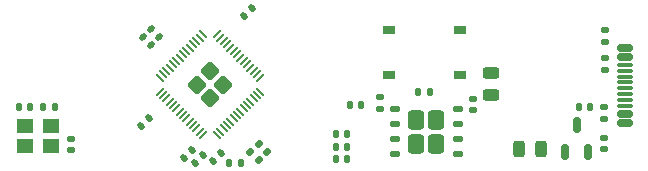
<source format=gbr>
%TF.GenerationSoftware,KiCad,Pcbnew,8.0.4*%
%TF.CreationDate,2025-01-25T23:18:52-05:00*%
%TF.ProjectId,catkeeb_devboard,6361746b-6565-4625-9f64-6576626f6172,rev?*%
%TF.SameCoordinates,Original*%
%TF.FileFunction,Paste,Top*%
%TF.FilePolarity,Positive*%
%FSLAX46Y46*%
G04 Gerber Fmt 4.6, Leading zero omitted, Abs format (unit mm)*
G04 Created by KiCad (PCBNEW 8.0.4) date 2025-01-25 23:18:52*
%MOMM*%
%LPD*%
G01*
G04 APERTURE LIST*
G04 Aperture macros list*
%AMRoundRect*
0 Rectangle with rounded corners*
0 $1 Rounding radius*
0 $2 $3 $4 $5 $6 $7 $8 $9 X,Y pos of 4 corners*
0 Add a 4 corners polygon primitive as box body*
4,1,4,$2,$3,$4,$5,$6,$7,$8,$9,$2,$3,0*
0 Add four circle primitives for the rounded corners*
1,1,$1+$1,$2,$3*
1,1,$1+$1,$4,$5*
1,1,$1+$1,$6,$7*
1,1,$1+$1,$8,$9*
0 Add four rect primitives between the rounded corners*
20,1,$1+$1,$2,$3,$4,$5,0*
20,1,$1+$1,$4,$5,$6,$7,0*
20,1,$1+$1,$6,$7,$8,$9,0*
20,1,$1+$1,$8,$9,$2,$3,0*%
G04 Aperture macros list end*
%ADD10RoundRect,0.140000X-0.140000X-0.170000X0.140000X-0.170000X0.140000X0.170000X-0.140000X0.170000X0*%
%ADD11RoundRect,0.135000X-0.185000X0.135000X-0.185000X-0.135000X0.185000X-0.135000X0.185000X0.135000X0*%
%ADD12R,1.000000X0.750000*%
%ADD13RoundRect,0.140000X-0.021213X0.219203X-0.219203X0.021213X0.021213X-0.219203X0.219203X-0.021213X0*%
%ADD14RoundRect,0.135000X0.185000X-0.135000X0.185000X0.135000X-0.185000X0.135000X-0.185000X-0.135000X0*%
%ADD15RoundRect,0.249999X0.000000X0.558616X-0.558616X0.000000X0.000000X-0.558616X0.558616X0.000000X0*%
%ADD16RoundRect,0.050000X0.238649X0.309359X-0.309359X-0.238649X-0.238649X-0.309359X0.309359X0.238649X0*%
%ADD17RoundRect,0.050000X-0.238649X0.309359X-0.309359X0.238649X0.238649X-0.309359X0.309359X-0.238649X0*%
%ADD18RoundRect,0.140000X0.219203X0.021213X0.021213X0.219203X-0.219203X-0.021213X-0.021213X-0.219203X0*%
%ADD19RoundRect,0.135000X-0.135000X-0.185000X0.135000X-0.185000X0.135000X0.185000X-0.135000X0.185000X0*%
%ADD20RoundRect,0.140000X-0.170000X0.140000X-0.170000X-0.140000X0.170000X-0.140000X0.170000X0.140000X0*%
%ADD21RoundRect,0.243750X-0.243750X-0.456250X0.243750X-0.456250X0.243750X0.456250X-0.243750X0.456250X0*%
%ADD22RoundRect,0.140000X0.170000X-0.140000X0.170000X0.140000X-0.170000X0.140000X-0.170000X-0.140000X0*%
%ADD23RoundRect,0.150000X0.500000X-0.150000X0.500000X0.150000X-0.500000X0.150000X-0.500000X-0.150000X0*%
%ADD24RoundRect,0.075000X0.575000X-0.075000X0.575000X0.075000X-0.575000X0.075000X-0.575000X-0.075000X0*%
%ADD25RoundRect,0.135000X-0.226274X-0.035355X-0.035355X-0.226274X0.226274X0.035355X0.035355X0.226274X0*%
%ADD26RoundRect,0.135000X0.135000X0.185000X-0.135000X0.185000X-0.135000X-0.185000X0.135000X-0.185000X0*%
%ADD27RoundRect,0.250000X-0.435000X-0.555000X0.435000X-0.555000X0.435000X0.555000X-0.435000X0.555000X0*%
%ADD28RoundRect,0.125000X-0.262500X-0.125000X0.262500X-0.125000X0.262500X0.125000X-0.262500X0.125000X0*%
%ADD29RoundRect,0.243750X-0.456250X0.243750X-0.456250X-0.243750X0.456250X-0.243750X0.456250X0.243750X0*%
%ADD30R,1.400000X1.200000*%
%ADD31RoundRect,0.150000X0.150000X-0.512500X0.150000X0.512500X-0.150000X0.512500X-0.150000X-0.512500X0*%
%ADD32RoundRect,0.140000X0.021213X-0.219203X0.219203X-0.021213X-0.021213X0.219203X-0.219203X0.021213X0*%
%ADD33RoundRect,0.140000X0.140000X0.170000X-0.140000X0.170000X-0.140000X-0.170000X0.140000X-0.170000X0*%
G04 APERTURE END LIST*
D10*
%TO.C,C10*%
X67950000Y-59300000D03*
X68910000Y-59300000D03*
%TD*%
D11*
%TO.C,R7*%
X90690000Y-56980000D03*
X90690000Y-58000000D03*
%TD*%
D12*
%TO.C,SW1*%
X78520000Y-54230000D03*
X72520000Y-54230000D03*
X78520000Y-50480000D03*
X72520000Y-50480000D03*
%TD*%
D13*
%TO.C,C4*%
X52129411Y-57930589D03*
X51450589Y-58609411D03*
%TD*%
D14*
%TO.C,R6*%
X90770000Y-51490000D03*
X90770000Y-50470000D03*
%TD*%
D10*
%TO.C,C2*%
X67960000Y-60320000D03*
X68920000Y-60320000D03*
%TD*%
D15*
%TO.C,U1*%
X58451371Y-55081371D03*
X57320000Y-53950000D03*
X57320000Y-56212742D03*
X56188629Y-55081371D03*
D16*
X61589157Y-54489169D03*
X61306314Y-54206326D03*
X61023472Y-53923484D03*
X60740629Y-53640641D03*
X60457786Y-53357798D03*
X60174944Y-53074956D03*
X59892101Y-52792113D03*
X59609258Y-52509270D03*
X59326415Y-52226427D03*
X59043573Y-51943585D03*
X58760730Y-51660742D03*
X58477887Y-51377899D03*
X58195045Y-51095057D03*
X57912202Y-50812214D03*
D17*
X56727798Y-50812214D03*
X56444955Y-51095057D03*
X56162113Y-51377899D03*
X55879270Y-51660742D03*
X55596427Y-51943585D03*
X55313585Y-52226427D03*
X55030742Y-52509270D03*
X54747899Y-52792113D03*
X54465056Y-53074956D03*
X54182214Y-53357798D03*
X53899371Y-53640641D03*
X53616528Y-53923484D03*
X53333686Y-54206326D03*
X53050843Y-54489169D03*
D16*
X53050843Y-55673573D03*
X53333686Y-55956416D03*
X53616528Y-56239258D03*
X53899371Y-56522101D03*
X54182214Y-56804944D03*
X54465056Y-57087786D03*
X54747899Y-57370629D03*
X55030742Y-57653472D03*
X55313585Y-57936315D03*
X55596427Y-58219157D03*
X55879270Y-58502000D03*
X56162113Y-58784843D03*
X56444955Y-59067685D03*
X56727798Y-59350528D03*
D17*
X57912202Y-59350528D03*
X58195045Y-59067685D03*
X58477887Y-58784843D03*
X58760730Y-58502000D03*
X59043573Y-58219157D03*
X59326415Y-57936315D03*
X59609258Y-57653472D03*
X59892101Y-57370629D03*
X60174944Y-57087786D03*
X60457786Y-56804944D03*
X60740629Y-56522101D03*
X61023472Y-56239258D03*
X61306314Y-55956416D03*
X61589157Y-55673573D03*
%TD*%
D18*
%TO.C,C5*%
X52999411Y-51009411D03*
X52320589Y-50330589D03*
%TD*%
D13*
%TO.C,C1*%
X58259411Y-60830589D03*
X57580589Y-61509411D03*
%TD*%
D11*
%TO.C,R3*%
X71740000Y-56100000D03*
X71740000Y-57120000D03*
%TD*%
D19*
%TO.C,R5*%
X43170000Y-56990000D03*
X44190000Y-56990000D03*
%TD*%
D20*
%TO.C,C15*%
X45520000Y-59690000D03*
X45520000Y-60650000D03*
%TD*%
D21*
%TO.C,D7*%
X83492500Y-60550000D03*
X85367500Y-60550000D03*
%TD*%
D22*
%TO.C,C13*%
X90690000Y-60550000D03*
X90690000Y-59590000D03*
%TD*%
D23*
%TO.C,J1*%
X92450000Y-58350000D03*
X92450000Y-57550000D03*
D24*
X92450000Y-56400000D03*
X92450000Y-55400000D03*
X92450000Y-54900000D03*
X92450000Y-53900000D03*
D23*
X92450000Y-52750000D03*
X92450000Y-51950000D03*
X92450000Y-51950000D03*
X92450000Y-52750000D03*
D24*
X92450000Y-53400000D03*
X92450000Y-54400000D03*
X92450000Y-55900000D03*
X92450000Y-56900000D03*
D23*
X92450000Y-57550000D03*
X92450000Y-58350000D03*
%TD*%
D10*
%TO.C,C9*%
X58960000Y-61680000D03*
X59920000Y-61680000D03*
%TD*%
D25*
%TO.C,R1*%
X61439376Y-60079376D03*
X62160624Y-60800624D03*
%TD*%
D26*
%TO.C,R4*%
X75940000Y-55712500D03*
X74920000Y-55712500D03*
%TD*%
D18*
%TO.C,C11*%
X52319411Y-51689411D03*
X51640589Y-51010589D03*
%TD*%
D27*
%TO.C,U3*%
X74797500Y-58077500D03*
X74797500Y-60077500D03*
X76497500Y-58077500D03*
X76497500Y-60077500D03*
D28*
X72985000Y-57172500D03*
X72985000Y-58442500D03*
X72985000Y-59712500D03*
X72985000Y-60982500D03*
X78310000Y-60982500D03*
X78310000Y-59712500D03*
X78310000Y-58442500D03*
X78310000Y-57172500D03*
%TD*%
D13*
%TO.C,C8*%
X56749411Y-61010589D03*
X56070589Y-61689411D03*
%TD*%
D29*
%TO.C,D5*%
X81150000Y-54102500D03*
X81150000Y-55977500D03*
%TD*%
D25*
%TO.C,R2*%
X60739376Y-60769376D03*
X61460624Y-61490624D03*
%TD*%
D30*
%TO.C,Y1*%
X41620000Y-60250000D03*
X43820000Y-60250000D03*
X43820000Y-58550000D03*
X41620000Y-58550000D03*
%TD*%
D31*
%TO.C,U2*%
X87407500Y-60807500D03*
X89307500Y-60807500D03*
X88357500Y-58532500D03*
%TD*%
D22*
%TO.C,C14*%
X79550000Y-57250000D03*
X79550000Y-56290000D03*
%TD*%
D10*
%TO.C,C12*%
X88550000Y-57010000D03*
X89510000Y-57010000D03*
%TD*%
D14*
%TO.C,R8*%
X90740000Y-53820000D03*
X90740000Y-52800000D03*
%TD*%
D13*
%TO.C,C3*%
X55779411Y-60610589D03*
X55100589Y-61289411D03*
%TD*%
D32*
%TO.C,C6*%
X60200589Y-49309411D03*
X60879411Y-48630589D03*
%TD*%
D10*
%TO.C,C7*%
X69190000Y-56790000D03*
X70150000Y-56790000D03*
%TD*%
D33*
%TO.C,C17*%
X68910000Y-61350000D03*
X67950000Y-61350000D03*
%TD*%
%TO.C,C16*%
X42090000Y-56980000D03*
X41130000Y-56980000D03*
%TD*%
M02*

</source>
